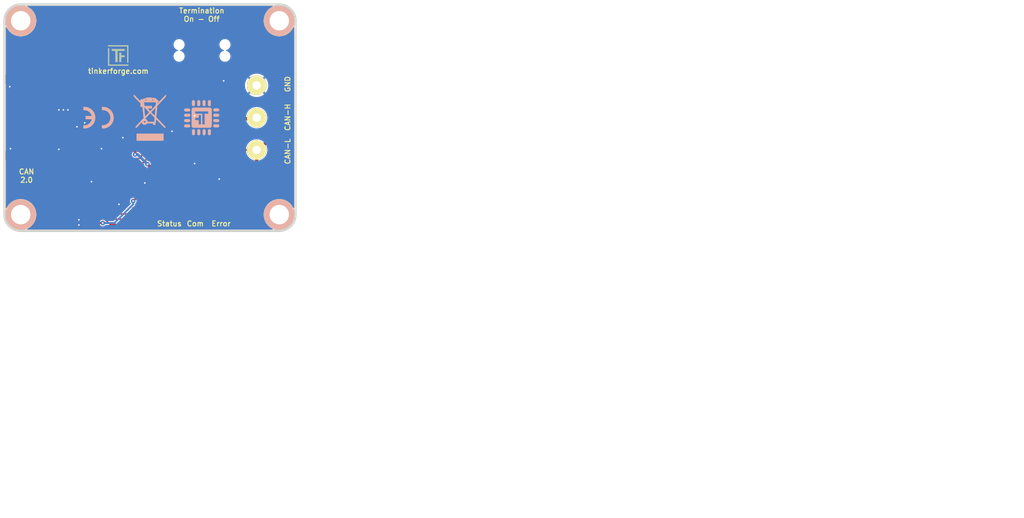
<source format=kicad_pcb>
(kicad_pcb (version 20221018) (generator pcbnew)
  (title_block (title "CAN Bricklet") (date "2018-01-16") (rev "2.0") (company "Tinkerforge GmbH") (comment 1 "Licensed under CERN OHL v.1.1") (comment 2 "Copyright (©) 2018, B.Nordmeyer <bastian@tinkerforge.com>"))
  (layers (0 "F.Cu" signal "Vorderseite") (31 "B.Cu" signal "Rückseite") (34 "B.Paste" user) (35 "F.Paste" user) (36 "B.SilkS" user "B.Silkscreen") (37 "F.SilkS" user "F.Silkscreen") (38 "B.Mask" user) (39 "F.Mask" user) (44 "Edge.Cuts" user))
  (net 0 "")
  (net 1 "GND")
  (net 2 "Net-(C1-Pad2)")
  (net 3 "Net-(P1-Pad6)")
  (net 4 "+5V")
  (net 5 "Net-(C6-Pad1)")
  (net 6 "3V3")
  (net 7 "Net-(K1-Pad2)")
  (net 8 "Net-(K1-Pad3)")
  (net 9 "Net-(C7-Pad1)")
  (net 10 "Net-(C14-Pad1)")
  (net 11 "Net-(C15-Pad1)")
  (net 12 "Net-(D1-Pad2)")
  (net 13 "Net-(P1-Pad4)")
  (net 14 "Net-(P1-Pad5)")
  (net 15 "Net-(P2-Pad1)")
  (net 16 "Net-(P3-Pad2)")
  (net 17 "Net-(R2-Pad2)")
  (net 18 "Net-(R5-Pad2)")
  (net 19 "S-CS")
  (net 20 "S-CLK")
  (net 21 "S-MOSI")
  (net 22 "S-MISO")
  (net 23 "TX")
  (net 24 "RX")
  (net 25 "Net-(D2-Pad2)")
  (net 26 "Net-(D3-Pad2)")
  (net 27 "Net-(RP2-Pad4)")
  (net 28 "Net-(RP2-Pad2)")
  (net 29 "Net-(RP2-Pad3)")
  (net 30 "Net-(RP2-Pad1)")
  (net 31 "Net-(RP2-Pad8)")
  (net 32 "Net-(U1-Pad1)")
  (net 33 "Net-(U1-Pad2)")
  (net 34 "Net-(U1-Pad4)")
  (net 35 "Net-(U1-Pad5)")
  (net 36 "Net-(U1-Pad6)")
  (net 37 "Net-(U1-Pad7)")
  (net 38 "Net-(U1-Pad8)")
  (net 39 "Net-(U1-Pad9)")
  (net 40 "Net-(U1-Pad10)")
  (net 41 "Net-(U1-Pad11)")
  (net 42 "Net-(U1-Pad12)")
  (net 43 "Net-(U1-Pad14)")
  (net 44 "Net-(U1-Pad15)")
  (net 45 "Net-(U1-Pad16)")
  (net 46 "Net-(U1-Pad20)")
  (net 47 "Net-(U1-Pad21)")
  (net 48 "Net-(U1-Pad25)")
  (net 49 "Net-(U1-Pad26)")
  (net 50 "Net-(U1-Pad28)")
  (net 51 "Net-(U1-Pad29)")
  (net 52 "Net-(U1-Pad31)")
  (net 53 "Net-(U1-Pad32)")
  (net 54 "Net-(U1-Pad35)")
  (net 55 "Net-(U1-Pad36)")
  (net 56 "Net-(U1-Pad39)")
  (net 57 "Net-(U1-Pad40)")
  (net 58 "Net-(U1-Pad43)")
  (net 59 "Net-(U1-Pad47)")
  (net 60 "Net-(U1-Pad48)")
  (footprint "kicad-libraries:Logo_31x31" (layer "F.Cu") (at 141.3 89.4)
    (fp_text reference "G***" hide)
    (fp_text value "Logo_31x31" hide)
  )
  (footprint "kicad-libraries:Fiducial_Mark" (layer "F.Cu") (at 132.8 85.6)
    (fp_text reference "Fiducial_Mark" hide)
    (fp_text value "VAL**" hide)
    (pad "1" smd circle (at 0 0) (size 1.00076 1.00076) (layers "F.Cu" "F.Paste" "F.Mask") (clearance 0.65024))
  )
  (footprint "kicad-libraries:Fiducial_Mark" (layer "F.Cu") (at 167.8 110.6)
    (fp_text reference "Fiducial_Mark" hide)
    (fp_text value "VAL**" hide)
    (pad "1" smd circle (at 0 0) (size 1.00076 1.00076) (layers "F.Cu" "F.Paste" "F.Mask") (clearance 0.65024))
  )
  (footprint "kicad-libraries:Fiducial_Mark" (layer "F.Cu") (at 164.4 87.8)
    (fp_text reference "Fiducial_Mark" hide)
    (fp_text value "VAL**" hide)
    (pad "1" smd circle (at 0 0) (size 1.00076 1.00076) (layers "F.Cu" "F.Paste" "F.Mask") (clearance 0.65024))
  )
  (footprint "kicad-libraries:DRILL_NP" (layer "F.Cu") (at 167.8 115.6 90)
    (fp_text reference "U4" hide)
    (fp_text value "DRILL" hide)
    (pad "" np_thru_hole circle (at 0 0 90) (size 2.99974 2.99974) (drill 2.99974) (layers "*.Cu" "*.Mask" "F.SilkS") (clearance 0.89916))
  )
  (footprint "kicad-libraries:DRILL_NP" (layer "F.Cu") (at 167.8 85.6)
    (fp_text reference "U5" hide)
    (fp_text value "DRILL" hide)
    (pad "" np_thru_hole circle (at 0 0) (size 2.99974 2.99974) (drill 2.99974) (layers "*.Cu" "*.Mask" "F.SilkS") (clearance 0.89916))
  )
  (footprint "kicad-libraries:DRILL_NP" (layer "F.Cu") (at 127.8 115.6 90)
    (fp_text reference "U6" hide)
    (fp_text value "DRILL" hide)
    (pad "" np_thru_hole circle (at 0 0 90) (size 2.99974 2.99974) (drill 2.99974) (layers "*.Cu" "*.Mask" "F.SilkS") (clearance 0.89916))
  )
  (footprint "kicad-libraries:CRYSTAL_3225" (layer "F.Cu") (at 139.25 103.6 180)
    (fp_text reference "X1")
    (fp_text value "16MHz")
    (pad "1" smd rect (at -1.09982 0.8001 180) (size 1.39954 1.15062) (layers "F.Cu" "F.Paste" "F.Mask") (net 5 "Net-(C6-Pad1)"))
    (pad "2" smd rect (at 1.09982 -0.8001 180) (size 1.39954 1.15062) (layers "F.Cu" "F.Paste" "F.Mask") (net 9 "Net-(C7-Pad1)"))
    (pad "3" smd rect (at -1.09982 -0.8001 180) (size 1.39954 1.15062) (layers "F.Cu" "F.Paste" "F.Mask") (net 1 "GND"))
    (pad "3" smd rect (at 1.09982 0.8001 180) (size 1.39954 1.15062) (layers "F.Cu" "F.Paste" "F.Mask") (net 1 "GND"))
  )
  (footprint "kicad-libraries:SLIDE_SWITCH" (layer "F.Cu") (at 155.8 90.2)
    (fp_text reference "SW1")
    (fp_text value "Termination")
    (pad "" np_thru_hole circle (at -3.5 -0.9) (size 1.2 1.2) (drill 1.2) (layers "*.Cu" "*.Mask" "F.SilkS"))
    (pad "" np_thru_hole circle (at -3.5 0.9) (size 1.2 1.2) (drill 1.2) (layers "*.Cu" "*.Mask" "F.SilkS"))
    (pad "" np_thru_hole circle (at 3.6 -0.9) (size 1.2 1.2) (drill 1.2) (layers "*.Cu" "*.Mask" "F.SilkS"))
    (pad "" np_thru_hole circle (at 3.6 0.9) (size 1.2 1.2) (drill 1.2) (layers "*.Cu" "*.Mask" "F.SilkS"))
    (pad "1" smd rect (at -2.49936 3.2004) (size 1.19888 1.6002) (layers "F.Cu" "F.Paste" "F.Mask") (net 7 "Net-(K1-Pad2)"))
    (pad "2" smd rect (at 0 3.2004) (size 1.19888 1.6002) (layers "F.Cu" "F.Paste" "F.Mask") (net 18 "Net-(R5-Pad2)"))
    (pad "3" smd rect (at 2.49936 3.2004) (size 1.19888 1.6002) (layers "F.Cu" "F.Paste" "F.Mask"))
    (pad "4" smd rect (at 2.49936 -3.2004) (size 1.19888 1.6002) (layers "F.Cu" "F.Paste" "F.Mask"))
    (pad "5" smd rect (at 0 -3.2004) (size 1.19888 1.6002) (layers "F.Cu" "F.Paste" "F.Mask"))
    (pad "6" smd rect (at -2.49936 -3.2004) (size 1.19888 1.6002) (layers "F.Cu" "F.Paste" "F.Mask"))
  )
  (footprint "kicad-libraries:AKL_5_3" (layer "F.Cu") (at 164.3 100.6 -90)
    (fp_text reference "K1")
    (fp_text value "CONN_3")
    (pad "1" thru_hole circle (at -5 0 270) (size 2.99974 2.99974) (drill 1.30048) (layers "*.Cu" "*.Mask" "F.SilkS") (net 1 "GND"))
    (pad "2" thru_hole circle (at 0 0 270) (size 2.99974 2.99974) (drill 1.30048) (layers "*.Cu" "*.Mask" "F.SilkS") (net 7 "Net-(K1-Pad2)"))
    (pad "3" thru_hole circle (at 5 0 270) (size 2.99974 2.99974) (drill 1.30048) (layers "*.Cu" "*.Mask" "F.SilkS") (net 8 "Net-(K1-Pad3)"))
  )
  (footprint "kicad-libraries:C0805E" (layer "F.Cu") (at 134.2 97.4 90)
    (fp_text reference "C2")
    (fp_text value "10uF")
    (pad "1" smd rect (at -0.95 0 90) (size 1.3 1.5) (layers "F.Cu" "F.Paste" "F.Mask") (net 1 "GND") (clearance 0.14986))
    (pad "2" smd rect (at 0.95 0 90) (size 1.3 1.5) (layers "F.Cu" "F.Paste" "F.Mask") (net 4 "+5V") (clearance 0.14986))
  )
  (footprint "kicad-libraries:C0805E" (layer "F.Cu") (at 132.4 99.3 -90)
    (fp_text reference "C3")
    (fp_text value "10uF")
    (pad "1" smd rect (at -0.95 0 270) (size 1.3 1.5) (layers "F.Cu" "F.Paste" "F.Mask") (net 1 "GND") (clearance 0.14986))
    (pad "2" smd rect (at 0.95 0 270) (size 1.3 1.5) (layers "F.Cu" "F.Paste" "F.Mask") (net 6 "3V3") (clearance 0.14986))
  )
  (footprint "kicad-libraries:C0603F" (layer "F.Cu") (at 139.25 101.4 180)
    (fp_text reference "C6")
    (fp_text value "10pF")
    (pad "1" smd rect (at -0.75 0 180) (size 0.9 0.9) (layers "F.Cu" "F.Paste" "F.Mask") (net 5 "Net-(C6-Pad1)"))
    (pad "2" smd rect (at 0.75 0 180) (size 0.9 0.9) (layers "F.Cu" "F.Paste" "F.Mask") (net 1 "GND"))
  )
  (footprint "kicad-libraries:C0603F" (layer "F.Cu") (at 136.55 103.6 90)
    (fp_text reference "C7")
    (fp_text value "10pF")
    (pad "1" smd rect (at -0.75 0 90) (size 0.9 0.9) (layers "F.Cu" "F.Paste" "F.Mask") (net 9 "Net-(C7-Pad1)"))
    (pad "2" smd rect (at 0.75 0 90) (size 0.9 0.9) (layers "F.Cu" "F.Paste" "F.Mask") (net 1 "GND"))
  )
  (footprint "kicad-libraries:C0603F" (layer "F.Cu") (at 142.85 104.5 180)
    (fp_text reference "C8")
    (fp_text value "100nF")
    (pad "1" smd rect (at -0.75 0 180) (size 0.9 0.9) (layers "F.Cu" "F.Paste" "F.Mask") (net 1 "GND"))
    (pad "2" smd rect (at 0.75 0 180) (size 0.9 0.9) (layers "F.Cu" "F.Paste" "F.Mask") (net 6 "3V3"))
  )
  (footprint "kicad-libraries:C0603F" (layer "F.Cu") (at 138.4 116.9)
    (fp_text reference "C9")
    (fp_text value "100nF")
    (pad "1" smd rect (at -0.75 0) (size 0.9 0.9) (layers "F.Cu" "F.Paste" "F.Mask") (net 1 "GND"))
    (pad "2" smd rect (at 0.75 0) (size 0.9 0.9) (layers "F.Cu" "F.Paste" "F.Mask") (net 6 "3V3"))
  )
  (footprint "kicad-libraries:C0603F" (layer "F.Cu") (at 143.85 113 90)
    (fp_text reference "C10")
    (fp_text value "100nF")
    (pad "1" smd rect (at -0.75 0 90) (size 0.9 0.9) (layers "F.Cu" "F.Paste" "F.Mask") (net 1 "GND"))
    (pad "2" smd rect (at 0.75 0 90) (size 0.9 0.9) (layers "F.Cu" "F.Paste" "F.Mask") (net 6 "3V3"))
  )
  (footprint "kicad-libraries:C0603F" (layer "F.Cu") (at 138.4 115.55)
    (fp_text reference "C11")
    (fp_text value "220nF")
    (pad "1" smd rect (at -0.75 0) (size 0.9 0.9) (layers "F.Cu" "F.Paste" "F.Mask") (net 1 "GND"))
    (pad "2" smd rect (at 0.75 0) (size 0.9 0.9) (layers "F.Cu" "F.Paste" "F.Mask") (net 6 "3V3"))
  )
  (footprint "kicad-libraries:C0603F" (layer "F.Cu") (at 156.6 107.7 180)
    (fp_text reference "C12")
    (fp_text value "100nF")
    (pad "1" smd rect (at -0.75 0 180) (size 0.9 0.9) (layers "F.Cu" "F.Paste" "F.Mask") (net 6 "3V3"))
    (pad "2" smd rect (at 0.75 0 180) (size 0.9 0.9) (layers "F.Cu" "F.Paste" "F.Mask") (net 1 "GND"))
  )
  (footprint "kicad-libraries:C0603F" (layer "F.Cu") (at 151.2 104.5 90)
    (fp_text reference "C13")
    (fp_text value "100nF")
    (pad "1" smd rect (at -0.75 0 90) (size 0.9 0.9) (layers "F.Cu" "F.Paste" "F.Mask") (net 4 "+5V"))
    (pad "2" smd rect (at 0.75 0 90) (size 0.9 0.9) (layers "F.Cu" "F.Paste" "F.Mask") (net 1 "GND"))
  )
  (footprint "kicad-libraries:C0603F" (layer "F.Cu") (at 160.3 110.1 180)
    (fp_text reference "C14")
    (fp_text value "470pF")
    (pad "1" smd rect (at -0.75 0 180) (size 0.9 0.9) (layers "F.Cu" "F.Paste" "F.Mask") (net 10 "Net-(C14-Pad1)"))
    (pad "2" smd rect (at 0.75 0 180) (size 0.9 0.9) (layers "F.Cu" "F.Paste" "F.Mask") (net 1 "GND"))
  )
  (footprint "kicad-libraries:C0603F" (layer "F.Cu") (at 159.2 96.6 90)
    (fp_text reference "C15")
    (fp_text value "470pF")
    (pad "1" smd rect (at -0.75 0 90) (size 0.9 0.9) (layers "F.Cu" "F.Paste" "F.Mask") (net 11 "Net-(C15-Pad1)"))
    (pad "2" smd rect (at 0.75 0 90) (size 0.9 0.9) (layers "F.Cu" "F.Paste" "F.Mask") (net 1 "GND"))
  )
  (footprint "kicad-libraries:DEBUG_PAD" (layer "F.Cu") (at 135.1 116.5)
    (fp_text reference "P2")
    (fp_text value "Debug")
    (pad "1" smd circle (at 0 0) (size 0.7 0.7) (layers "F.Cu" "F.Paste" "F.Mask") (net 15 "Net-(P2-Pad1)"))
  )
  (footprint "kicad-libraries:SolderJumper" (layer "F.Cu") (at 145.9 110.7 180)
    (fp_text reference "P3")
    (fp_text value "Boot")
    (pad "1" smd rect (at -0.5 0 180) (size 0.4 1.4) (layers "F.Cu" "F.Mask") (net 1 "GND"))
    (pad "1" smd rect (at -0.225 -0.55 180) (size 0.95 0.3) (layers "F.Cu" "F.Mask") (net 1 "GND"))
    (pad "1" smd rect (at -0.225 0.55 180) (size 0.95 0.3) (layers "F.Cu" "F.Mask") (net 1 "GND"))
    (pad "2" smd rect (at 0.15 0 180) (size 0.6 0.5) (layers "F.Cu" "F.Mask") (net 16 "Net-(P3-Pad2)"))
    (pad "2" smd rect (at 0.55 0 180) (size 0.3 1.4) (layers "F.Cu" "F.Mask") (net 16 "Net-(P3-Pad2)"))
  )
  (footprint "kicad-libraries:R0603F" (layer "F.Cu") (at 155.5 101.2)
    (fp_text reference "R2")
    (fp_text value "1k")
    (pad "1" smd rect (at -0.75 0) (size 0.9 0.9) (layers "F.Cu" "F.Paste" "F.Mask") (net 1 "GND"))
    (pad "2" smd rect (at 0.75 0) (size 0.9 0.9) (layers "F.Cu" "F.Paste" "F.Mask") (net 17 "Net-(R2-Pad2)"))
  )
  (footprint "kicad-libraries:R0603F" (layer "F.Cu") (at 163.5 110.1)
    (fp_text reference "R3")
    (fp_text value "120")
    (pad "1" smd rect (at -0.75 0) (size 0.9 0.9) (layers "F.Cu" "F.Paste" "F.Mask") (net 10 "Net-(C14-Pad1)"))
    (pad "2" smd rect (at 0.75 0) (size 0.9 0.9) (layers "F.Cu" "F.Paste" "F.Mask") (net 8 "Net-(K1-Pad3)"))
  )
  (footprint "kicad-libraries:R0603F" (layer "F.Cu") (at 159.2 99.9 -90)
    (fp_text reference "R4")
    (fp_text value "120")
    (pad "1" smd rect (at -0.75 0 270) (size 0.9 0.9) (layers "F.Cu" "F.Paste" "F.Mask") (net 11 "Net-(C15-Pad1)"))
    (pad "2" smd rect (at 0.75 0 270) (size 0.9 0.9) (layers "F.Cu" "F.Paste" "F.Mask") (net 7 "Net-(K1-Pad2)"))
  )
  (footprint "kicad-libraries:R0603F" (layer "F.Cu") (at 163.7 91.8 180)
    (fp_text reference "R5")
    (fp_text value "120")
    (pad "1" smd rect (at -0.75 0 180) (size 0.9 0.9) (layers "F.Cu" "F.Paste" "F.Mask") (net 8 "Net-(K1-Pad3)"))
    (pad "2" smd rect (at 0.75 0 180) (size 0.9 0.9) (layers "F.Cu" "F.Paste" "F.Mask") (net 18 "Net-(R5-Pad2)"))
  )
  (footprint "kicad-libraries:4X0402" (layer "F.Cu") (at 133.85 103.4 -135)
    (fp_text reference "RP1")
    (fp_text value "82")
    (pad "1" smd rect (at -0.7493 0.575 45) (size 0.29972 0.65) (layers "F.Cu" "F.Paste" "F.Mask") (net 13 "Net-(P1-Pad4)"))
    (pad "2" smd rect (at -0.24892 0.575 45) (size 0.29972 0.65) (layers "F.Cu" "F.Paste" "F.Mask") (net 14 "Net-(P1-Pad5)"))
    (pad "3" smd rect (at 0.24892 0.575 45) (size 0.29972 0.65) (layers "F.Cu" "F.Paste" "F.Mask") (net 3 "Net-(P1-Pad6)"))
    (pad "4" smd rect (at 0.7493 0.575 45) (size 0.29972 0.65) (layers "F.Cu" "F.Paste" "F.Mask") (net 2 "Net-(C1-Pad2)"))
    (pad "5" smd rect (at 0.7493 -0.575 225) (size 0.29972 0.65) (layers "F.Cu" "F.Paste" "F.Mask") (net 22 "S-MISO"))
    (pad "6" smd rect (at 0.24892 -0.575 225) (size 0.29972 0.65) (layers "F.Cu" "F.Paste" "F.Mask") (net 21 "S-MOSI"))
    (pad "7" smd rect (at -0.24892 -0.575 225) (size 0.29972 0.65) (layers "F.Cu" "F.Paste" "F.Mask") (net 20 "S-CLK"))
    (pad "8" smd rect (at -0.7493 -0.575 225) (size 0.29972 0.65) (layers "F.Cu" "F.Paste" "F.Mask") (net 19 "S-CS"))
  )
  (footprint "kicad-libraries:QFN48-EP2" (layer "F.Cu") (at 138.75 110.5 -90)
    (fp_text reference "U1")
    (fp_text value "XMC1404")
    (pad "1" smd rect (at -2.74828 3.61188 90) (size 0.29972 1.14808) (layers "F.Cu" "F.Paste" "F.Mask") (net 32 "Net-(U1-Pad1)"))
    (pad "2" smd rect (at -2.2479 3.61188 90) (size 0.29972 1.14808) (layers "F.Cu" "F.Paste" "F.Mask") (net 33 "Net-(U1-Pad2)"))
    (pad "3" smd rect (at -1.74752 3.61188 90) (size 0.29972 1.14808) (layers "F.Cu" "F.Paste" "F.Mask") (net 22 "S-MISO"))
    (pad "4" smd rect (at -1.24968 3.61188 90) (size 0.29972 1.14808) (layers "F.Cu" "F.Paste" "F.Mask") (net 34 "Net-(U1-Pad4)"))
    (pad "5" smd rect (at -0.7493 3.61188 90) (size 0.29972 1.14808) (layers "F.Cu" "F.Paste" "F.Mask") (net 35 "Net-(U1-Pad5)"))
    (pad "6" smd rect (at -0.24892 3.61188 90) (size 0.29972 1.14808) (layers "F.Cu" "F.Paste" "F.Mask") (net 36 "Net-(U1-Pad6)"))
    (pad "7" smd rect (at 0.24892 3.61188 90) (size 0.29972 1.14808) (layers "F.Cu" "F.Paste" "F.Mask") (net 37 "Net-(U1-Pad7)"))
    (pad "8" smd rect (at 0.7493 3.61188 90) (size 0.29972 1.14808) (layers "F.Cu" "F.Paste" "F.Mask") (net 38 "Net-(U1-Pad8)"))
    (pad "9" smd rect (at 1.24968 3.61188 90) (size 0.29972 1.14808) (layers "F.Cu" "F.Paste" "F.Mask") (net 39 "Net-(U1-Pad9)"))
    (pad "10" smd rect (at 1.74752 3.61188 90) (size 0.29972 1.14808) (layers "F.Cu" "F.Paste" "F.Mask") (net 40 "Net-(U1-Pad10)"))
    (pad "11" smd rect (at 2.2479 3.61188 90) (size 0.29972 1.14808) (layers "F.Cu" "F.Paste" "F.Mask") (net 41 "Net-(U1-Pad11)"))
    (pad "12" smd rect (at 2.74828 3.61188 90) (size 0.29972 1.14808) (layers "F.Cu" "F.Paste" "F.Mask") (net 42 "Net-(U1-Pad12)"))
    (pad "13" smd rect (at 3.61188 2.74828 180) (size 0.29972 1.14808) (layers "F.Cu" "F.Paste" "F.Mask") (net 15 "Net-(P2-Pad1)"))
    (pad "14" smd rect (at 3.61188 2.2479 180) (size 0.29972 1.14808) (layers "F.Cu" "F.Paste" "F.Mask") (net 43 "Net-(U1-Pad14)"))
    (pad "15" smd rect (at 3.61188 1.74752 180) (size 0.29972 1.14808) (layers "F.Cu" "F.Paste" "F.Mask") (net 44 "Net-(U1-Pad15)"))
    (pad "16" smd rect (at 3.61188 1.24968 180) (size 0.29972 1.14808) (layers "F.Cu" "F.Paste" "F.Mask") (net 45 "Net-(U1-Pad16)"))
    (pad "17" smd rect (at 3.61188 0.7493 180) (size 0.29972 1.14808) (layers "F.Cu" "F.Paste" "F.Mask") (net 1 "GND"))
    (pad "18" smd rect (at 3.61188 0.24892 180) (size 0.29972 1.14808) (layers "F.Cu" "F.Paste" "F.Mask") (net 6 "3V3"))
    (pad "19" smd rect (at 3.61188 -0.24892 180) (size 0.29972 1.14808) (layers "F.Cu" "F.Paste" "F.Mask") (net 6 "3V3"))
    (pad "20" smd rect (at 3.61188 -0.7493 180) (size 0.29972 1.14808) (layers "F.Cu" "F.Paste" "F.Mask") (net 46 "Net-(U1-Pad20)"))
    (pad "21" smd rect (at 3.61188 -1.24968 180) (size 0.29972 1.14808) (layers "F.Cu" "F.Paste" "F.Mask") (net 47 "Net-(U1-Pad21)"))
    (pad "22" smd rect (at 3.61188 -1.74752 180) (size 0.29972 1.14808) (layers "F.Cu" "F.Paste" "F.Mask") (net 27 "Net-(RP2-Pad4)"))
    (pad "23" smd rect (at 3.61188 -2.2479 180) (size 0.29972 1.14808) (layers "F.Cu" "F.Paste" "F.Mask") (net 29 "Net-(RP2-Pad3)"))
    (pad "24" smd rect (at 3.61188 -2.74828 180) (size 0.29972 1.14808) (layers "F.Cu" "F.Paste" "F.Mask") (net 28 "Net-(RP2-Pad2)"))
    (pad "25" smd rect (at 2.74828 -3.61188 270) (size 0.29972 1.14808) (layers "F.Cu" "F.Paste" "F.Mask") (net 48 "Net-(U1-Pad25)"))
    (pad "26" smd rect (at 2.2479 -3.61188 270) (size 0.29972 1.14808) (layers "F.Cu" "F.Paste" "F.Mask") (net 49 "Net-(U1-Pad26)"))
    (pad "27" smd rect (at 1.74752 -3.61188 270) (size 0.29972 1.14808) (layers "F.Cu" "F.Paste" "F.Mask") (net 6 "3V3"))
    (pad "28" smd rect (at 1.24968 -3.61188 270) (size 0.29972 1.14808) (layers "F.Cu" "F.Paste" "F.Mask") (net 50 "Net-(U1-Pad28)"))
    (pad "29" smd rect (at 0.7493 -3.61188 270) (size 0.29972 1.14808) (layers "F.Cu" "F.Paste" "F.Mask") (net 51 "Net-(U1-Pad29)"))
    (pad "30" smd rect (at 0.24892 -3.61188 270) (size 0.29972 1.14808) (layers "F.Cu" "F.Paste" "F.Mask") (net 16 "Net-(P3-Pad2)"))
    (pad "31" smd rect (at -0.24892 -3.61188 270) (size 0.29972 1.14808) (layers "F.Cu" "F.Paste" "F.Mask") (net 52 "Net-(U1-Pad31)"))
    (pad "32" smd rect (at -0.7493 -3.61188 270) (size 0.29972 1.14808) (layers "F.Cu" "F.Paste" "F.Mask") (net 53 "Net-(U1-Pad32)"))
    (pad "33" smd rect (at -1.24968 -3.61188 270) (size 0.29972 1.14808) (layers "F.Cu" "F.Paste" "F.Mask") (net 23 "TX"))
    (pad "34" smd rect (at -1.74752 -3.61188 270) (size 0.29972 1.14808) (layers "F.Cu" "F.Paste" "F.Mask") (net 24 "RX"))
    (pad "35" smd rect (at -2.2479 -3.61188 270) (size 0.29972 1.14808) (layers "F.Cu" "F.Paste" "F.Mask") (net 54 "Net-(U1-Pad35)"))
    (pad "36" smd rect (at -2.74828 -3.61188 270) (size 0.29972 1.14808) (layers "F.Cu" "F.Paste" "F.Mask") (net 55 "Net-(U1-Pad36)"))
    (pad "37" smd rect (at -3.60934 -2.74828) (size 0.29972 1.15062) (layers "F.Cu" "F.Paste" "F.Mask") (net 1 "GND"))
    (pad "38" smd rect (at -3.61188 -2.2479) (size 0.29972 1.14808) (layers "F.Cu" "F.Paste" "F.Mask") (net 6 "3V3"))
    (pad "39" smd rect (at -3.61188 -1.74752) (size 0.29972 1.14808) (layers "F.Cu" "F.Paste" "F.Mask") (net 56 "Net-(U1-Pad39)"))
    (pad "40" smd rect (at -3.61188 -1.24968) (size 0.29972 1.14808) (layers "F.Cu" "F.Paste" "F.Mask") (net 57 "Net-(U1-Pad40)"))
    (pad "41" smd rect (at -3.61188 -0.7493) (size 0.29972 1.14808) (layers "F.Cu" "F.Paste" "F.Mask") (net 5 "Net-(C6-Pad1)"))
    (pad "42" smd rect (at -3.61188 -0.24892) (size 0.29972 1.14808) (layers "F.Cu" "F.Paste" "F.Mask") (net 9 "Net-(C7-Pad1)"))
    (pad "43" smd rect (at -3.61188 0.24892) (size 0.29972 1.14808) (layers "F.Cu" "F.Paste" "F.Mask") (net 58 "Net-(U1-Pad43)"))
    (pad "44" smd rect (at -3.61188 0.7493) (size 0.29972 1.14808) (layers "F.Cu" "F.Paste" "F.Mask") (net 19 "S-CS"))
    (pad "45" smd rect (at -3.61188 1.24968) (size 0.29972 1.14808) (layers "F.Cu" "F.Paste" "F.Mask") (net 20 "S-CLK"))
    (pad "46" smd rect (at -3.61188 1.74752) (size 0.29972 1.14808) (layers "F.Cu" "F.Paste" "F.Mask") (net 21 "S-MOSI"))
    (pad "47" smd rect (at -3.61188 2.2479) (size 0.29972 1.14808) (layers "F.Cu" "F.Paste" "F.Mask") (net 59 "Net-(U1-Pad47)"))
    (pad "48" smd rect (at -3.61188 2.74828) (size 0.29972 1.14808) (layers "F.Cu" "F.Paste" "F.Mask") (net 60 "Net-(U1-Pad48)"))
    (pad "EP" smd rect (at 0 0 270) (size 3.5 3.5) (layers "F.Cu" "F.Paste" "F.Mask") (net 1 "GND"))
  )
  (footprint "kicad-libraries:SOIC8" (layer "F.Cu") (at 155.5 104.4 -90)
    (fp_text reference "U2")
    (fp_text value "MCP2562")
    (pad "1" smd rect (at -1.90246 2.69748 90) (size 0.59944 1.5494) (layers "F.Cu" "F.Paste" "F.Mask") (net 23 "TX"))
    (pad "2" smd rect (at -0.63246 2.69748 90) (size 0.59944 1.5494) (layers "F.Cu" "F.Paste" "F.Mask") (net 1 "GND"))
    (pad "3" smd rect (at 0.63246 2.69748 90) (size 0.59944 1.5494) (layers "F.Cu" "F.Paste" "F.Mask") (net 4 "+5V"))
    (pad "4" smd rect (at 1.90246 2.69748 90) (size 0.59944 1.5494) (layers "F.Cu" "F.Paste" "F.Mask") (net 24 "RX"))
    (pad "5" smd rect (at 1.90246 -2.69748 270) (size 0.59944 1.5494) (layers "F.Cu" "F.Paste" "F.Mask") (net 6 "3V3"))
    (pad "6" smd rect (at 0.63246 -2.69748 270) (size 0.59944 1.5494) (layers "F.Cu" "F.Paste" "F.Mask") (net 8 "Net-(K1-Pad3)"))
    (pad "7" smd rect (at -0.63246 -2.69748 270) (size 0.59944 1.5494) (layers "F.Cu" "F.Paste" "F.Mask") (net 7 "Net-(K1-Pad2)"))
    (pad "8" smd rect (at -1.90246 -2.69748 270) (size 0.59944 1.5494) (layers "F.Cu" "F.Paste" "F.Mask") (net 17 "Net-(R2-Pad2)"))
  )
  (footprint "kicad-libraries:DRILL_NP" (layer "F.Cu") (at 127.8 85.6 -90)
    (fp_text reference "U3" hide)
    (fp_text value "DRILL" hide)
    (pad "" np_thru_hole circle (at 0 0 270) (size 2.99974 2.99974) (drill 2.99974) (layers "*.Cu" "*.Mask" "F.SilkS") (clearance 0.89916))
  )
  (footprint "kicad-libraries:CON-SENSOR2" (layer "F.Cu") (at 125.3 100.6 -90)
    (fp_text reference "P1")
    (fp_text value "CON-SENSOR")
    (pad "1" smd rect (at -3.75 -4.6 270) (size 0.6 1.8) (layers "F.Cu" "F.Paste" "F.Mask") (net 4 "+5V"))
    (pad "2" smd rect (at -2.5 -4.6 270) (size 0.6 1.8) (layers "F.Cu" "F.Paste" "F.Mask") (net 1 "GND"))
    (pad "3" smd rect (at -1.25 -4.6 270) (size 0.6 1.8) (layers "F.Cu" "F.Paste" "F.Mask") (net 6 "3V3"))
    (pad "4" smd rect (at 0 -4.6 270) (size 0.6 1.8) (layers "F.Cu" "F.Paste" "F.Mask") (net 13 "Net-(P1-Pad4)"))
    (pad "5" smd rect (at 1.25 -4.6 270) (size 0.6 1.8) (layers "F.Cu" "F.Paste" "F.Mask") (net 14 "Net-(P1-Pad5)"))
    (pad "6" smd rect (at 2.5 -4.6 270) (size 0.6 1.8) (layers "F.Cu" "F.Paste" "F.Mask") (net 3 "Net-(P1-Pad6)"))
    (pad "7" smd rect (at 3.75 -4.6 270) (size 0.6 1.8) (layers "F.Cu" "F.Paste" "F.Mask") (net 2 "Net-(C1-Pad2)"))
    (pad "EP" smd rect (at -5.9 -1.2 270) (size 1.4 2.4) (layers "F.Cu" "F.Paste" "F.Mask") (net 1 "GND"))
    (pad "EP" smd rect (at 5.9 -1.2 270) (size 1.4 2.4) (layers "F.Cu" "F.Paste" "F.Mask") (net 1 "GND"))
  )
  (footprint "kicad-libraries:0603X4" (layer "F.Cu") (at 146.3 115.9 90)
    (fp_text reference "RP2")
    (fp_text value "1k")
    (pad "1" smd rect (at 1.19888 -0.8509 90) (size 0.44958 0.89916) (layers "F.Cu" "F.Paste" "F.Mask") (net 30 "Net-(RP2-Pad1)"))
    (pad "2" smd rect (at 0.39878 -0.8509 90) (size 0.44958 0.89916) (layers "F.Cu" "F.Paste" "F.Mask") (net 28 "Net-(RP2-Pad2)"))
    (pad "3" smd rect (at -0.39878 -0.8509 90) (size 0.44958 0.89916) (layers "F.Cu" "F.Paste" "F.Mask") (net 29 "Net-(RP2-Pad3)"))
    (pad "4" smd rect (at -1.19888 -0.8509 90) (size 0.44958 0.89916) (layers "F.Cu" "F.Paste" "F.Mask") (net 27 "Net-(RP2-Pad4)"))
    (pad "5" smd rect (at -1.19888 0.8509 90) (size 0.44958 0.89916) (layers "F.Cu" "F.Paste" "F.Mask") (net 26 "Net-(D3-Pad2)"))
    (pad "6" smd rect (at -0.39878 0.8509 90) (size 0.44958 0.89916) (layers "F.Cu" "F.Paste" "F.Mask") (net 25 "Net-(D2-Pad2)"))
    (pad "7" smd rect (at 0.39878 0.8509 90) (size 0.44958 0.89916) (layers "F.Cu" "F.Paste" "F.Mask") (net 12 "Net-(D1-Pad2)"))
    (pad "8" smd rect (at 1.19888 0.8509 90) (size 0.44958 0.89916) (layers "F.Cu" "F.Paste" "F.Mask") (net 31 "Net-(RP2-Pad8)"))
  )
  (footprint "kicad-libraries:Fiducial_Mark" (layer "F.Cu") (at 132.3 116.1)
    (fp_text reference "Fiducial_Mark" hide)
    (fp_text value "VAL**" hide)
    (pad "1" smd circle (at 0 0) (size 1.00076 1.00076) (layers "F.Cu" "F.Paste" "F.Mask") (clearance 0.65024))
  )
  (footprint "kicad-libraries:C0402F" (layer "F.Cu") (at 132.7 104.5 135)
    (fp_text reference "C1")
    (fp_text value "220pF")
    (pad "1" smd rect (at -0.5 0 135) (size 0.6 0.7) (layers "F.Cu" "F.Paste" "F.Mask") (net 1 "GND"))
    (pad "2" smd rect (at 0.5 0 135) (size 0.6 0.7) (layers "F.Cu" "F.Paste" "F.Mask") (net 2 "Net-(C1-Pad2)"))
  )
  (footprint "kicad-libraries:D0603F" (layer "F.Cu") (at 150.8 115.5 180)
    (fp_text reference "D1")
    (fp_text value "blue")
    (pad "1" smd rect (at -0.75 0 180) (size 0.9 0.9) (layers "F.Cu" "F.Paste" "F.Mask") (net 6 "3V3"))
    (pad "2" smd rect (at 0.75 0 180) (size 0.9 0.9) (layers "F.Cu" "F.Paste" "F.Mask") (net 12 "Net-(D1-Pad2)"))
  )
  (footprint "kicad-libraries:D0603F" (layer "F.Cu") (at 154.8 115.5 180)
    (fp_text reference "D2")
    (fp_text value "yellow")
    (pad "1" smd rect (at -0.75 0 180) (size 0.9 0.9) (layers "F.Cu" "F.Paste" "F.Mask") (net 6 "3V3"))
    (pad "2" smd rect (at 0.75 0 180) (size 0.9 0.9) (layers "F.Cu" "F.Paste" "F.Mask") (net 25 "Net-(D2-Pad2)"))
  )
  (footprint "kicad-libraries:D0603F" (layer "F.Cu") (at 158.8 115.5 180)
    (fp_text reference "D3")
    (fp_text value "red")
    (pad "1" smd rect (at -0.75 0 180) (size 0.9 0.9) (layers "F.Cu" "F.Paste" "F.Mask") (net 6 "3V3"))
    (pad "2" smd rect (at 0.75 0 180) (size 0.9 0.9) (layers "F.Cu" "F.Paste" "F.Mask") (net 26 "Net-(D3-Pad2)"))
  )
  (footprint "kicad-libraries:WEEE_7mm" (layer "B.Cu") (at 147.8 100.6 180)
    (fp_text reference "VAL" hide)
    (fp_text value "WEEE_7mm" hide)
  )
  (footprint "kicad-libraries:CE_5mm" (layer "B.Cu") (at 139.8 100.6 180)
    (fp_text reference "VAL" hide)
    (fp_text value "CE_5mm" hide)
  )
  (footprint "kicad-libraries:Logo_CoMCU" (layer "B.Cu") (at 155.8 100.6 180)
    (fp_text reference "G***" hide)
    (fp_text value "LOGO" hide)
  )
  (gr_arc (start 170.3 115.6) (mid 169.567767 117.367767) (end 167.8 118.1) (stroke (width 0.381)) (layer "Edge.Cuts"))
  (gr_arc (start 127.8 118.1) (mid 126.032233 117.367767) (end 125.3 115.6) (stroke (width 0.381)) (layer "Edge.Cuts"))
  (gr_line (start 167.8 118.1) (end 127.8 118.1) (stroke (width 0.381)) (layer "Edge.Cuts"))
  (gr_line (start 125.3 115.6) (end 125.3 85.6) (stroke (width 0.381)) (layer "Edge.Cuts"))
  (gr_arc (start 167.8 83.1) (mid 169.567767 83.832233) (end 170.3 85.6) (stroke (width 0.381)) (layer "Edge.Cuts"))
  (gr_arc (start 125.3 85.6) (mid 126.032233 83.832233) (end 127.8 83.1) (stroke (width 0.381)) (layer "Edge.Cuts"))
  (gr_line (start 170.3 85.6) (end 170.3 115.6) (stroke (width 0.381)) (layer "Edge.Cuts"))
  (gr_line (start 127.8 83.1) (end 167.8 83.1) (stroke (width 0.381)) (layer "Edge.Cuts"))
  (gr_text "CAN\n2.0" (at 128.7 109.6) (layer "F.SilkS") (effects (font (size 0.8001 0.8001) (thickness 0.14986))))
  (gr_text "Termination\nOn - Off" (at 155.8 84.7) (layer "F.SilkS") (effects (font (size 0.8 0.8))))
  (gr_text "Error" (at 158.8 117) (layer "F.SilkS") (effects (font (size 0.8001 0.8001) (thickness 0.14986))))
  (gr_text "Com" (at 154.8 117) (layer "F.SilkS") (effects (font (size 0.8001 0.8001) (thickness 0.14986))))
  (gr_text "CAN-L  CAN-H   GND" (at 169.1 101 90) (layer "F.SilkS") (effects (font (size 0.8 0.8))))
  (gr_text "Status" (at 150.8 117) (layer "F.SilkS") (effects (font (size 0.8001 0.8001) (thickness 0.14986))))
  (gr_text "tinkerforge.com" (at 142.9 93.4) (layer "F.SilkS") (effects (font (size 0.8001 0.8001) (thickness 0.14986))))
  (segment (start 151.41764 103.76754) (end 151.2 103.5499) (width 0.5) (layer "F.Cu") (net 1))
  (segment (start 154.6499 100.3501) (end 154.7 100.3) (width 0.5) (layer "F.Cu") (net 1))
  (segment (start 126.19916 105.40084) (end 126.2 105.4) (width 0.25) (layer "F.Cu") (net 1))
  (segment (start 126.19916 95.70084) (end 126.1 95.8) (width 0.25) (layer "F.Cu") (net 1))
  (segment (start 141.49828 106.15172) (end 142.25 105.4) (width 0.29972) (layer "F.Cu") (net 1))
  (segment (start 142.25 105.4) (end 142.95 105.4) (width 0.29972) (layer "F.Cu") (net 1))
  (segment (start 142.95 105.4) (end 143.6 104.75) (width 0.29972) (layer "F.Cu") (net 1))
  (segment (start 143.6 104.75) (end 143.6 104.5) (width 0.2) (layer "F.Cu") (net 1))
  (segment (start 138.0007 114.7993) (end 137.65 115.15) (width 0.29972) (layer "F.Cu") (net 1))
  (segment (start 137.65 115.15) (end 137.65 115.55) (width 0.29972) (layer "F.Cu") (net 1))
  (segment (start 132.15 98.1) (end 132.4 98.35) (width 0.59944) (layer "F.Cu") (net 1))
  (segment (start 134.2 98.9) (end 133.7 99.4) (width 0.59944) (layer "F.Cu") (net 1))
  (segment (start 134.2 99.2) (end 134.4 99.4) (width 0.59944) (layer "F.Cu") (net 1))
  (segment (start 134.2 98.4) (end 135.1 99.3) (width 0.59944) (layer "F.Cu") (net 1))
  (segment (start 135.1 99.3) (end 135.1 99.4) (width 0.59944) (layer "F.Cu") (net 1))
  (segment (start 143.65 113.75) (end 143.4 114) (width 0.5) (layer "F.Cu") (net 1))
  (segment (start 143.4 114) (end 143 114) (width 0.5) (layer "F.Cu") (net 1))
  (segment (start 137.3 116.9) (end 136.8 116.4) (width 0.5) (layer "F.Cu") (net 1))
  (segment (start 137.1 116.9) (end 136.8 117.2) (width 0.5) (layer "F.Cu") (net 1))
  (segment (start 136.6001 102.7999) (end 136.55 102.85) (width 0.5) (layer "F.Cu") (net 1))
  (segment (start 136.55 102.05) (end 136.5 102) (width 0.5) (layer "F.Cu") (net 1))
  (segment (start 140.34982 105.35018) (end 140.3 105.4) (width 0.5) (layer "F.Cu") (net 1))
  (segment (start 146.35 110.15) (end 146.4 110.2) (width 0.2) (layer "F.Cu") (net 1))
  (segment (start 146.4 110.2) (end 146.4 110.7) (width 0.2) (layer "F.Cu") (net 1))
  (segment (start 146.4 111.2) (end 146.1 111.2) (width 0.2) (layer "F.Cu") (net 1))
  (segment (start 146.1 111.2) (end 146.125 111.25) (width 0.2) (layer "F.Cu") (net 1))
  (segment (start 134.2 98.35) (end 134.2 98.9) (width 0.59944) (layer "F.Cu") (net 1))
  (segment (start 154.6499 101.2) (end 154.6499 100.3501) (width 0.5) (layer "F.Cu") (net 1))
  (segment (start 159.4499 110.1) (end 158.5 110.1) (width 0.5) (layer "F.Cu") (net 1))
  (segment (start 143.85 113.75) (end 143.65 113.75) (width 0.5) (layer "F.Cu") (net 1))
  (segment (start 138.15018 102.7999) (end 136.6001 102.7999) (width 0.5) (layer "F.Cu") (net 1))
  (segment (start 143.6 104.5) (end 143.6 103.7) (width 0.5) (layer "F.Cu") (net 1))
  (segment (start 137.65 116.9) (end 137.1 116.9) (width 0.5) (layer "F.Cu") (net 1))
  (segment (start 141.49828 106.89066) (end 141.49828 106.15172) (width 0.29972) (layer "F.Cu") (net 1))
  (segment (start 134.2 98.35) (end 134.2 99.2) (width 0.59944) (layer "F.Cu") (net 1))
  (segment (start 155.7499 107.7) (end 154.7 107.7) (width 0.5) (layer "F.Cu") (net 1))
  (segment (start 146.4 110.7) (end 146.4 111.2) (width 0.2) (layer "F.Cu") (net 1))
  (segment (start 126.19916 94.80118) (end 126.19916 95.70084) (width 0.25) (layer "F.Cu") (net 1))
  (segment (start 146.125 110.15) (end 146.35 110.15) (width 0.2) (layer "F.Cu") (net 1))
  (segment (start 140.34982 104.4001) (end 140.34982 105.35018) (width 0.5) (layer "F.Cu") (net 1))
  (segment (start 136.55 102.85) (end 136.55 102.05) (width 0.5) (layer "F.Cu") (net 1))
  (segment (start 138.0007 114.11188) (end 138.0007 114.7993) (width 0.29972) (layer "F.Cu") (net 1))
  (segment (start 138.5 101.4) (end 137.7 101.4) (width 0.5) (layer "F.Cu") (net 1))
  (segment (start 133.159619 104.959619) (end 133.7 105.5) (width 0.5) (layer "F.Cu") (net 1))
  (segment (start 126.19916 106.39882) (end 126.19916 105.40084) (width 0.25) (layer "F.Cu") (net 1))
  (segment (start 159.2 95.8499) (end 159.2 94.9) (width 0.5) (layer "F.Cu") (net 1))
  (segment (start 129.9 98.1) (end 132.15 98.1) (width 0.59944) (layer "F.Cu") (net 1))
  (segment (start 137.65 116.9) (end 137.3 116.9) (width 0.5) (layer "F.Cu") (net 1))
  (segment (start 134.2 98.35) (end 134.2 98.4) (width 0.59944) (layer "F.Cu") (net 1))
  (segment (start 137.65 115.55) (end 137.65 116.9) (width 0.5) (layer "F.Cu") (net 1))
  (segment (start 152.80252 103.76754) (end 151.41764 103.76754) (width 0.5) (layer "F.Cu") (net 1))
  (segment (start 151.2 103.5499) (end 151.2 102.7) (width 0.5) (layer "F.Cu") (net 1))
  (segment (start 146.4 110.7) (end 147 110.7) (width 0.2) (layer "F.Cu") (net 1))
  (segment (start 132.4 98.35) (end 134.2 98.35) (width 0.59944) (layer "F.Cu") (net 1))
  (via (at 154.7 100.3) (size 0.70104) (drill 0.24892) (layers "F.Cu" "B.Cu") (net 1))
  (via (at 154.7 107.7) (size 0.70104) (drill 0.24892) (layers "F.Cu" "B.Cu") (net 1))
  (via (at 136.5 102) (size 0.70104) (drill 0.24892) (layers "F.Cu" "B.Cu") (net 1))
  (via (at 137.7 101.4) (size 0.70104) (drill 0.24892) (layers "F.Cu" "B.Cu") (net 1))
  (via (at 136.8 116.4) (size 0.70104) (drill 0.24892) (layers "F.Cu" "B.Cu") (net 1))
  (via (at 143 114) (size 0.70104) (drill 0.24892) (layers "F.Cu" "B.Cu") (net 1))
  (via (at 140.3 105.4) (size 0.70104) (drill 0.24892) (layers "F.Cu" "B.Cu") (net 1))
  (via (at 133.7 99.4) (size 0.70104) (drill 0.24892) (layers "F.Cu" "B.Cu") (net 1))
  (via (at 135.1 99.4) (size 0.70104) (drill 0.24892) (layers "F.Cu" "B.Cu") (net 1))
  (via (at 143.6 103.7) (size 0.70104) (drill 0.24892) (layers "F.Cu" "B.Cu") (net 1))
  (via (at 134.4 99.4) (size 0.70104) (drill 0.24892) (layers "F.Cu" "B.Cu") (net 1))
  (via (at 126.1 95.8) (size 0.70104) (drill 0.24892) (layers "F.Cu" "B.Cu") (net 1))
  (via (at 133.7 105.5) (size 0.70104) (drill 0.24892) (layers "F.Cu" "B.Cu") (net 1))
  (via (at 159.2 94.9) (size 0.70104) (drill 0.24892) (layers "F.Cu" "B.Cu") (net 1))
  (via (at 147 110.7) (size 0.70104) (drill 0.24892) (layers "F.Cu" "B.Cu") (net 1))
  (via (at 138.75 110.5) (size 0.70104) (drill 0.24892) (layers "F.Cu" "B.Cu") (net 1))
  (via (at 151.2 102.7) (size 0.70104) (drill 0.24892) (layers "F.Cu" "B.Cu") (net 1))
  (via (at 158.5 110.1) (size 0.70104) (drill 0.24892) (layers "F.Cu" "B.Cu") (net 1))
  (via (at 136.8 117.2) (size 0.70104) (drill 0.24892) (layers "F.Cu" "B.Cu") (net 1))
  (via (at 126.2 105.4) (size 0.70104) (drill 0.24892) (layers "F.Cu" "B.Cu") (net 1))
  (segment (start 138.5 110.75) (end 138.75 110.5) (width 0.2) (layer "B.Cu") (net 1))
  (segment (start 138.5 110.9) (end 138.5 110.75) (width 0.2) (layer "B.Cu") (net 1))
  (segment (start 132.296446 104.140381) (end 132.913578 103.523249) (width 0.2) (layer "F.Cu") (net 2))
  (segment (start 131.930762 104.35) (end 132.240381 104.040381) (width 0.2) (layer "F.Cu") (net 2))
  (segment (start 129.9 104.35) (end 131.930762 104.35) (width 0.2) (layer "F.Cu") (net 2))
  (segment (start 132.290381 104.140381) (end 132.296446 104.140381) (width 0.2) (layer "F.Cu") (net 2))
  (segment (start 129.9 104.35) (end 131.45 104.35) (width 0.2) (layer "F.Cu") (net 2))
  (segment (start 131.3 103.1) (end 131.7 102.7) (width 0.2) (layer "F.Cu") (net 3))
  (segment (start 131.7 102.7) (end 132.797974 102.7) (width 0.2) (layer "F.Cu") (net 3))
  (segment (start 132.797974 102.7) (end 133.267401 103.169427) (width 0.2) (layer "F.Cu") (net 3))
  (segment (start 129.9 103.1) (end 131.3 103.1) (width 0.2) (layer "F.Cu") (net 3))
  (segment (start 151.41764 105.03246) (end 151.2 105.2501) (width 0.249) (layer "F.Cu") (net 4))
  (segment (start 131.25 96.85) (end 131.65 96.45) (width 0.45) (layer "F.Cu") (net 4))
  (segment (start 131.65 96.45) (end 134.2 96.45) (width 0.45) (layer "F.Cu") (net 4))
  (segment (start 140.95 96.45) (end 148.8 104.3) (width 0.45) (layer "F.Cu") (net 4))
  (segment (start 148.8 104.3) (end 149.7 104.3) (width 0.45) (layer "F.Cu") (net 4))
  (segment (start 149.7 104.3) (end 150.65 105.25) (width 0.45) (layer "F.Cu") (net 4))
  (segment (start 150.65 105.25) (end 151.2 105.25) (width 0.45) (layer "F.Cu") (net 4))
  (segment (start 152.80252 105.03246) (end 151.41764 105.03246) (width 0.249) (layer "F.Cu") (net 4))
  (segment (start 134.2 96.45) (end 140.95 96.45) (width 0.45) (layer "F.Cu") (net 4))
  (segment (start 129.9 96.85) (end 131.25 96.85) (width 0.45) (layer "F.Cu") (net 4))
  (segment (start 139.4993 105.4493) (end 139.25 105.2) (width 0.2) (layer "F.Cu") (net 5))
  (segment (start 139.25 105.2) (end 139.25 103.5) (width 0.2) (layer "F.Cu") (net 5))
  (segment (start 139.25 103.5) (end 139.9501 102.7999) (width 0.2) (layer "F.Cu") (net 5))
  (segment (start 139.9501 102.7999) (end 140.34982 102.7999) (width 0.2) (layer "F.Cu") (net 5))
  (segment (start 140 102.45008) (end 140.34982 102.7999) (width 0.2) (layer "F.Cu") (net 5))
  (segment (start 140 101.4) (end 140 102.45008) (width 0.2) (layer "F.Cu") (net 5))
  (segment (start 139.4993 106.88812) (end 139.4993 105.4493) (width 0.2) (layer "F.Cu") (net 5))
  (segment (start 158.19748 106.50252) (end 157.4501 107.2499) (width 0.249) (layer "F.Cu") (net 6))
  (segment (start 157.4501 107.2499) (end 157.4501 107.7) (width 0.249) (layer "F.Cu") (net 6))
  (segment (start 131.05 99.35) (end 131.95 100.25) (width 0.45) (layer "F.Cu") (net 6))
  (segment (start 131.95 100.25) (end 132.4 100.25) (width 0.45) (layer "F.Cu") (net 6))
  (segment (start 140.9979 105.9521) (end 142.1 104.85) (width 0.29972) (layer "F.Cu") (net 6))
  (segment (start 142.1 104.85) (end 142.1 104.5) (width 0.29972) (layer "F.Cu") (net 6))
  (segment (start 138.50108 114.97392) (end 138.4 115.075) (width 0.25) (layer "F.Cu") (net 6))
  (segment (start 138.4 115.075) (end 138.4 116.45) (width 0.25) (layer "F.Cu") (net 6))
  (segment (start 138.4 116.45) (end 138.85 116.9) (width 0.25) (layer "F.Cu") (net 6))
  (segment (start 138.85 116.9) (end 139.15 116.9) (width 0.29972) (layer "F.Cu") (net 6))
  (segment (start 138.99892 114.84892) (end 139.15 115) (width 0.29972) (layer "F.Cu") (net 6))
  (segment (start 139.15 115) (end 139.15 115.55) (width 0.29972) (layer "F.Cu") (net 6))
  (segment (start 151.55 114.55) (end 151 114) (width 0.29972) (layer "F.Cu") (net 6))
  (segment (start 155.55 114.75) (end 154.8 114) (width 0.29972) (layer "F.Cu") (net 6))
  (segment (start 154.8 114) (end 151 114) (width 0.29972) (layer "F.Cu") (net 6))
  (segment (start 151 114) (end 149.9 112.9) (width 0.29972) (layer "F.Cu") (net 6))
  (segment (start 159.55 114.75) (end 158.8 114) (width 0.29972) (layer "F.Cu") (net 6))
  (segment (start 158.8 114) (end 154.8 114) (width 0.29972) (layer "F.Cu") (net 6))
  (segment (start 143.84752 112.24752) (end 143.85 112.25) (width 0.29972) (layer "F.Cu") (net 6))
  (segment (start 140.85 100.25) (end 142.1 101.5) (width 0.45) (layer "F.Cu") (net 6))
  (segment (start 142.1 101.5) (end 142.1 104.5) (width 0.45) (layer "F.Cu") (net 6))
  (segment (start 146.95 112.25) (end 148 111.2) (width 0.45) (layer "F.Cu") (net 6))
  (segment (start 148 111.2) (end 148 108.4) (width 0.45) (layer "F.Cu") (net 6))
  (segment (start 148 108.4) (end 147.4 107.8) (width 0.45) (layer "F.Cu") (net 6))
  (segment (start 145.5 106.3) (end 145.5 103.7) (width 0.45) (layer "F.Cu") (net 6))
  (segment (start 145.5 103.7) (end 144.6 102.8) (width 0.45) (layer "F.Cu") (net 6))
  (segment (start 144.6 102.8) (end 143.4 102.8) (width 0.45) (layer "F.Cu") (net 6))
  (segment (start 143.4 102.8) (end 142.1 101.5) (width 0.45) (layer "F.Cu") (net 6))
  (segment (start 149 112.9) (end 148 111.9) (width 0.29972) (layer "F.Cu") (net 6))
  (segment (start 148 111.9) (end 148 111.2) (width 0.29972) (layer "F.Cu") (net 6))
  (segment (start 145.2 113.5) (end 146.45 112.25) (width 0.29972) (layer "F.Cu") (net 6))
  (segment (start 146.45 112.25) (end 146.95 112.25) (width 0.29972) (layer "F.Cu") (net 6))
  (segment (start 157.35 108.35) (end 156.7 109) (width 0.25) (layer "F.Cu") (net 6))
  (segment (start 156.7 109) (end 148.6 109) (width 0.25) (layer "F.Cu") (net 6))
  (segment (start 148.6 109) (end 148 108.4) (width 0.25) (layer "F.Cu") (net 6))
  (segment (start 139.15 116.9) (end 140.5 116.9) (width 0.29972) (layer "F.Cu") (net 6))
  (segment (start 158.19748 106.30246) (end 158.19748 106.50252) (width 0.249) (layer "F.Cu") (net 6))
  (segment (start 140.9979 106.88812) (end 140.9979 105.9521) (width 0.29972) (layer "F.Cu") (net 6))
  (segment (start 129.9 99.35) (end 131.05 99.35) (width 0.45) (layer "F.Cu") (net 6))
  (segment (start 139.15 116.9) (end 139.15 115.55) (width 0.29972) (layer "F.Cu") (net 6))
  (segment (start 151.55 115.5) (end 151.55 114.55) (width 0.29972) (layer "F.Cu") (net 6))
  (segment (start 132.4 100.25) (end 140.85 100.25) (width 0.45) (layer "F.Cu") (net 6))
  (segment (start 138.50108 114.11188) (end 138.50108 114.97392) (width 0.25) (layer "F.Cu") (net 6))
  (segment (start 143.85 112.25) (end 146.95 112.25) (width 0.45) (layer "F.Cu") (net 6))
  (segment (start 157.35 107.7) (end 157.35 108.35) (width 0.25) (layer "F.Cu") (net 6))
  (segment (start 138.99892 114.11188) (end 138.99892 114.84892) (width 0.29972) (layer "F.Cu") (net 6))
  (segment (start 142.36188 112.24752) (end 143.84752 112.24752) (width 0.29972) (layer "F.Cu") (net 6))
  (segment (start 159.55 115.5) (end 159.55 114.75) (width 0.29972) (layer "F.Cu") (net 6))
  (segment (start 149.9 112.9) (end 149 112.9) (width 0.29972) (layer "F.Cu") (net 6))
  (segment (start 155.55 115.5) (end 155.55 114.75) (width 0.29972) (layer "F.Cu") (net 6))
  (via (at 140.5 116.9) (size 0.70104) (drill 0.24892) (layers "F.Cu" "B.Cu") (net 6))
  (via (at 145.2 113.5) (size 0.70104) (drill 0.24892) (layers "F.Cu" "B.Cu") (net 6))
  (via (at 145.5 106.3) (size 0.70104) (drill 0.24892) (layers "F.Cu" "B.Cu") (net 6))
  (via (at 147.4 107.8) (size 0.70104) (drill 0.24892) (layers "F.Cu" "B.Cu") (net 6))
  (segment (start 147.4 107.8) (end 145.9 106.3) (width 0.45) (layer "B.Cu") (net 6))
  (segment (start 145.9 106.3) (end 145.5 106.3) (width 0.45) (layer "B.Cu") (net 6))
  (segment (start 142.3 116.9) (end 145.2 114) (width 0.29972) (layer "B.Cu") (net 6))
  (segment (start 145.2 114) (end 145.2 113.5) (width 0.29972) (layer "B.Cu") (net 6))
  (segment (start 140.5 116.9) (end 142.3 116.9) (width 0.29972) (layer "B.Cu") (net 6))
  (segment (start 159.23246 103.76754) (end 159.7 103.3) (width 0.249) (layer "F.Cu") (net 7))
  (segment (start 164.1499 100.7501) (end 164.3 100.6) (width 0.249) (layer "F.Cu") (net 7))
  (segment (start 159.7 102) (end 159.2 101.5) (width 0.249) (layer "F.Cu") (net 7))
  (segment (start 159.2 101.5) (end 159.2 100.7501) (width 0.249) (layer "F.Cu") (net 7))
  (segment (start 158.5501 100.7501) (end 156.9 99.1) (width 0.5) (layer "F.Cu") (net 7))
  (segment (start 156.9 99.1) (end 156.9 97.1) (width 0.5) (layer "F.Cu") (net 7))
  (segment (start 156.9 97.1) (end 154.5 94.7) (width 0.5) (layer "F.Cu") (net 7))
  (segment (start 154.5 94.7) (end 153.6 94.7) (width 0.5) (layer "F.Cu") (net 7))
  (segment (start 153.6 94.7) (end 153.30064 94.40064) (width 0.5) (layer "F.Cu") (net 7))
  (segment (start 153.30064 94.40064) (end 153.30064 93.4004) (width 0.5) (layer "F.Cu") (net 7))
  (segment (start 158.19748 103.76754) (end 159.23246 103.76754) (width 0.249) (layer "F.Cu") (net 7))
  (segment (start 159.7 103.3) (end 159.7 102) (width 0.249) (layer "F.Cu") (net 7))
  (segment (start 159.2 100.7501) (end 158.5501 100.7501) (width 0.5) (layer "F.Cu") (net 7))
  (segment (start 159.2 100.7501) (end 164.1499 100.7501) (width 0.5) (layer "F.Cu") (net 7))
  (segment (start 164.3 110.0499) (end 164.3501 110.1) (width 0.249) (layer "F.Cu") (net 8))
  (segment (start 160.83246 105.03246) (end 161.4 105.6) (width 0.249) (layer "F.Cu") (net 8))
  (segment (start 161.4 105.6) (end 164.3 105.6) (width 0.249) (layer "F.Cu") (net 8))
  (segment (start 164.6 105.6) (end 167.2 103) (width 0.5) (layer "F.Cu") (net 8))
  (segment (start 166.4 91.8) (end 167.2 92.6) (width 0.5) (layer "F.Cu") (net 8))
  (segment (start 167.2 92.6) (end 167.2 103) (width 0.5) (layer "F.Cu") (net 8))
  (segment (start 164.5501 91.8) (end 166.4 91.8) (width 0.5) (layer "F.Cu") (net 8))
  (segment (start 164.3 106.6) (end 164.3 110.0499) (width 0.5) (layer "F.Cu") (net 8))
  (segment (start 158.19748 105.03246) (end 160.83246 105.03246) (width 0.249) (layer "F.Cu") (net 8))
  (segment (start 164.3 105.6) (end 164.6 105.6) (width 0.5) (layer "F.Cu") (net 8))
  (segment (start 138.99892 105.94892) (end 138.15018 105.10018) (width 0.2) (layer "F.Cu") (net 9))
  (segment (start 138.15018 105.10018) (end 138.15018 104.4001) (width 0.2) (layer "F.Cu") (net 9))
  (segment (start 136.6001 104.4001) (end 136.55 104.35) (width 0.2) (layer "F.Cu") (net 9))
  (segment (start 138.15018 104.4001) (end 136.6001 104.4001) (width 0.2) (layer "F.Cu") (net 9))
  (segment (start 138.99892 106.88812) (end 138.99892 105.94892) (width 0.2) (layer "F.Cu") (net 9))
  (segment (start 162.6499 110.1) (end 161.1501 110.1) (width 0.5) (layer "F.Cu") (net 10))
  (segment (start 159.2 97.5501) (end 159.2 99.0499) (width 0.5) (layer "F.Cu") (net 11))
  (segment (start 150.04878 115.50122) (end 150.05 115.5) (width 0.2) (layer "F.Cu") (net 12))
  (segment (start 147.1509 115.50122) (end 150.04878 115.50122) (width 0.2) (layer "F.Cu") (net 12))
  (segment (start 130.9 100.6) (end 131.7 101.4) (width 0.2) (layer "F.Cu") (net 13))
  (segment (start 131.7 101.4) (end 132.909671 101.4) (width 0.2) (layer "F.Cu") (net 13))
  (segment (start 132.909671 101.4) (end 133.973249 102.463578) (width 0.2) (layer "F.Cu") (net 13))
  (segment (start 129.9 100.6) (end 130.9 100.6) (width 0.2) (layer "F.Cu") (net 13))
  (segment (start 129.9 100.6) (end 130.7 100.6) (width 0.2) (layer "F.Cu") (net 13))
  (segment (start 132.652026 101.85) (end 133.619427 102.817401) (width 0.2) (layer "F.Cu") (net 14))
  (segment (start 129.9 101.85) (end 132.652026 101.85) (width 0.2) (layer "F.Cu") (net 14))
  (segment (start 136.00172 115.59828) (end 135.1 116.5) (width 0.25) (layer "F.Cu") (net 15))
  (segment (start 136.00172 114.11188) (end 136.00172 115.59828) (width 0.25) (layer "F.Cu") (net 15))
  (segment (start 145.30108 110.74892) (end 145.35 110.7) (width 0.2) (layer "F.Cu") (net 16))
  (segment (start 145.3 110.7) (end 145.35 110.7) (width 0.2) (layer "F.Cu") (net 16))
  (segment (start 142.36188 110.74892) (end 145.30108 110.74892) (width 0.2) (layer "F.Cu") (net 16))
  (segment (start 145.75 110.7) (end 145.3 110.7) (width 0.2) (layer "F.Cu") (net 16))
  (segment (start 156.89754 102.49754) (end 156.3501 101.9501) (width 0.249) (layer "F.Cu") (net 17))
  (segment (start 156.3501 101.9501) (end 156.3501 101.2) (width 0.249) (layer "F.Cu") (net 17))
  (segment (start 158.19748 102.49754) (end 156.89754 102.49754) (width 0.249) (layer "F.Cu") (net 17))
  (segment (start 155.8 92.4) (end 156 92.2) (width 0.5) (layer "F.Cu") (net 18))
  (segment (start 156 92.2) (end 161.1 92.2) (width 0.5) (layer "F.Cu") (net 18))
  (segment (start 161.5 91.8) (end 161.1 92.2) (width 0.5) (layer "F.Cu") (net 18))
  (segment (start 162.8499 91.8) (end 161.5 91.8) (width 0.5) (layer "F.Cu") (net 18))
  (segment (start 155.8 93.4004) (end 155.8 92.4) (width 0.5) (layer "F.Cu") (net 18))
  (segment (start 138.0007 105.9507) (end 137.25 105.2) (width 0.2) (layer "F.Cu") (net 19))
  (segment (start 137.25 105.2) (end 136.05 105.2) (width 0.2) (layer "F.Cu") (net 19))
  (segment (start 136.05 105.2) (end 135.75 104.9) (width 0.2) (layer "F.Cu") (net 19))
  (segment (start 135.75 104.9) (end 135.75 104.240329) (width 0.2) (layer "F.Cu") (net 19))
  (segment (start 135.75 104.240329) (end 134.786422 103.276751) (width 0.2) (layer "F.Cu") (net 19))
  (segment (start 138.0007 106.88812) (end 138.0007 105.9507) (width 0.2) (layer "F.Cu") (net 19))
  (segment (start 137.50032 106.05032) (end 137.05 105.6) (width 0.2) (layer "F.Cu") (net 20))
  (segment (start 137.05 105.6) (end 135.85 105.6) (width 0.2) (layer "F.Cu") (net 20))
  (segment (start 135.85 105.6) (end 135.35 105.1) (width 0.2) (layer "F.Cu") (net 20))
  (segment (start 135.35 105.1) (end 135.35 104.547974) (width 0.2) (layer "F.Cu") (net 20))
  (segment (start 135.35 104.547974) (end 134.432599 103.630573) (width 0.2) (layer "F.Cu") (net 20))
  (segment (start 137.50032 106.88812) (end 137.50032 106.05032) (width 0.2) (layer "F.Cu") (net 20))
  (segment (start 137.00248 106.25248) (end 136.75 106) (width 0.2) (layer "F.Cu") (net 21))
  (segment (start 136.75 106) (end 135.75 106) (width 0.2) (layer "F.Cu") (net 21))
  (segment (start 135.75 106) (end 134.85 105.1) (width 0.2) (layer "F.Cu") (net 21))
  (segment (start 134.85 105.1) (end 134.85 104.752026) (width 0.2) (layer "F.Cu") (net 21))
  (segment (start 134.85 104.752026) (end 134.080573 103.982599) (width 0.2) (layer "F.Cu") (net 21))
  (segment (start 137.00248 106.88812) (end 137.00248 106.25248) (width 0.2) (layer "F.Cu") (net 21))
  (segment (start 134.30248 108.75248) (end 134.05 108.5) (width 0.2) (layer "F.Cu") (net 22))
  (segment (start 134.05 108.5) (end 134.05 107) (width 0.2) (layer "F.Cu") (net 22))
  (segment (start 134.05 107) (end 134.45 106.6) (width 0.2) (layer "F.Cu") (net 22))
  (segment (start 134.45 106.6) (end 134.45 105.059671) (width 0.2) (layer "F.Cu") (net 22))
  (segment (start 134.45 105.059671) (end 133.726751 104.336422) (width 0.2) (layer "F.Cu") (net 22))
  (segment (start 135.13812 108.75248) (end 134.30248 108.75248) (width 0.2) (layer "F.Cu") (net 22))
  (segment (start 150.18 106.78) (end 150.7 107.3) (width 0.25) (layer "F.Cu") (net 23))
  (segment (start 150.7 107.3) (end 153.5 107.3) (width 0.25) (layer "F.Cu") (net 23))
  (segment (start 153.5 107.3) (end 154.2 106.6) (width 0.25) (layer "F.Cu") (net 23))
  (segment (start 154.2 106.6) (end 154.2 103.2) (width 0.25) (layer "F.Cu") (net 23))
  (segment (start 154.2 103.2) (end 153.49754 102.49754) (width 0.25) (layer "F.Cu") (net 23))
  (segment (start 153.49754 102.49754) (end 152.80252 102.49754) (width 0.25) (layer "F.Cu") (net 23))
  (segment (start 145.04968 109.25032) (end 147.52 106.78) (width 0.25) (layer "F.Cu") (net 23))
  (segment (start 147.52 106.78) (end 150.18 106.78) (width 0.25) (layer "F.Cu") (net 23))
  (segment (start 142.36188 109.25032) (end 145.04968 109.25032) (width 0.25) (layer "F.Cu") (net 23))
  (segment (start 150.70246 106.30246) (end 150.61 106.21) (width 0.249) (layer "F.Cu") (net 24))
  (segment (start 144.24752 108.75248) (end 146.79 106.21) (width 0.25) (layer "F.Cu") (net 24))
  (segment (start 146.79 106.21) (end 150.61 106.21) (width 0.25) (layer "F.Cu") (net 24))
  (segment (start 142.36188 108.75248) (end 144.24752 108.75248) (width 0.25) (layer "F.Cu") (net 24))
  (segment (start 152.80252 106.30246) (end 150.70246 106.30246) (width 0.249) (layer "F.Cu") (net 24))
  (segment (start 152.80122 116.29878) (end 153.6 115.5) (width 0.2) (layer "F.Cu") (net 25))
  (segment (start 147.1509 116.29878) (end 152.80122 116.29878) (width 0.2) (layer "F.Cu") (net 25))
  (segment (start 155.90112 117.09888) (end 157.5 115.5) (width 0.2) (layer "F.Cu") (net 26))
  (segment (start 157.5 115.5) (end 158.05 115.5) (width 0.2) (layer "F.Cu") (net 26))
  (segment (start 147.1509 117.09888) (end 155.90112 117.09888) (width 0.2) (layer "F.Cu") (net 26))
  (segment (start 141.59888 117.09888) (end 140.49752 115.99752) (width 0.2) (layer "F.Cu") (net 27))
  (segment (start 140.49752 115.99752) (end 140.49752 114.11188) (width 0.2) (layer "F.Cu") (net 27))
  (segment (start 145.4491 117.09888) (end 141.59888 117.09888) (width 0.2) (layer "F.Cu") (net 27))
  (segment (start 142.10122 115.50122) (end 141.49828 114.89828) (width 0.2) (layer "F.Cu") (net 28))
  (segment (start 141.49828 114.89828) (end 141.49828 114.11188) (width 0.2) (layer "F.Cu") (net 28))
  (segment (start 141.49828 114.11188) (end 141.49828 114.59828) (width 0.2) (layer "F.Cu") (net 28))
  (segment (start 145.4491 115.50122) (end 142.10122 115.50122) (width 0.2) (layer "F.Cu") (net 28))
  (segment (start 140.9979 115.2979) (end 141.99878 116.29878) (width 0.2) (layer "F.Cu") (net 29))
  (segment (start 141.99878 116.29878) (end 145.4491 116.29878) (width 0.2) (layer "F.Cu") (net 29))
  (segment (start 140.9979 114.11188) (end 140.9979 115.2979) (width 0.2) (layer "F.Cu") (net 29))
  (zone (net 1) (net_name "GND") (layer "B.Cu") (connect_pads (clearance 0.15)) (min_thickness 0.15) (fill yes (thermal_gap 0.3) (thermal_bridge_width 0.3))
    (polygon (pts (xy 170.3 118.1) (xy 170.3 83.1) (xy 125.3 83.1) (xy 125.3 118.1)))
  )
)
</source>
